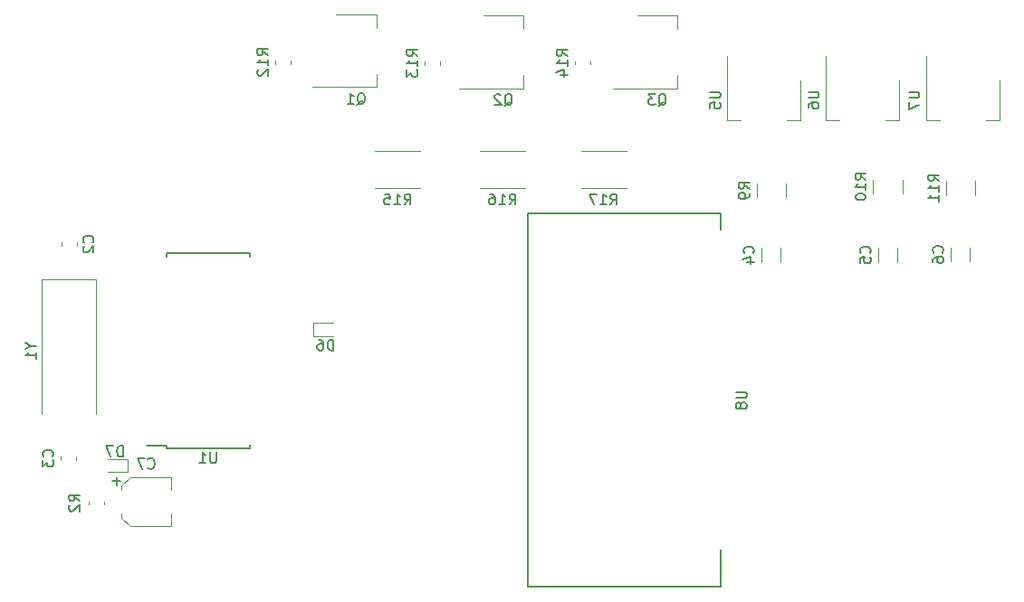
<source format=gbr>
G04 #@! TF.GenerationSoftware,KiCad,Pcbnew,no-vcs-found-104b606~61~ubuntu16.04.1*
G04 #@! TF.CreationDate,2018-02-16T14:36:21-05:00*
G04 #@! TF.ProjectId,D21_2550,4432315F323535302E6B696361645F70,rev?*
G04 #@! TF.SameCoordinates,Original*
G04 #@! TF.FileFunction,Legend,Bot*
G04 #@! TF.FilePolarity,Positive*
%FSLAX46Y46*%
G04 Gerber Fmt 4.6, Leading zero omitted, Abs format (unit mm)*
G04 Created by KiCad (PCBNEW no-vcs-found-104b606~61~ubuntu16.04.1) date Fri Feb 16 14:36:21 2018*
%MOMM*%
%LPD*%
G01*
G04 APERTURE LIST*
%ADD10C,0.120000*%
%ADD11C,0.150000*%
G04 APERTURE END LIST*
D10*
X100710000Y-103150000D02*
X100710000Y-102850000D01*
X99290000Y-103150000D02*
X99290000Y-102850000D01*
X100650000Y-122892500D02*
X100650000Y-123192500D01*
X99230000Y-122892500D02*
X99230000Y-123192500D01*
X128760000Y-81480000D02*
X128760000Y-82740000D01*
X128760000Y-88300000D02*
X128760000Y-87040000D01*
X125000000Y-81480000D02*
X128760000Y-81480000D01*
X122750000Y-88300000D02*
X128760000Y-88300000D01*
X136510000Y-88410000D02*
X142520000Y-88410000D01*
X138760000Y-81590000D02*
X142520000Y-81590000D01*
X142520000Y-88410000D02*
X142520000Y-87150000D01*
X142520000Y-81590000D02*
X142520000Y-82850000D01*
X156910000Y-81590000D02*
X156910000Y-82850000D01*
X156910000Y-88410000D02*
X156910000Y-87150000D01*
X153150000Y-81590000D02*
X156910000Y-81590000D01*
X150900000Y-88410000D02*
X156910000Y-88410000D01*
X101880000Y-127412500D02*
X101880000Y-127112500D01*
X103300000Y-127412500D02*
X103300000Y-127112500D01*
X164298475Y-97323566D02*
X164298475Y-98623566D01*
X167018475Y-97323566D02*
X167018475Y-98623566D01*
X177925199Y-96945802D02*
X177925199Y-98245802D01*
X175205199Y-96945802D02*
X175205199Y-98245802D01*
X182050612Y-97091349D02*
X182050612Y-98391349D01*
X184770612Y-97091349D02*
X184770612Y-98391349D01*
X120710000Y-85807500D02*
X120710000Y-86107500D01*
X119290000Y-85807500D02*
X119290000Y-86107500D01*
X133290000Y-85892500D02*
X133290000Y-86192500D01*
X134710000Y-85892500D02*
X134710000Y-86192500D01*
X148710000Y-85850000D02*
X148710000Y-86150000D01*
X147290000Y-85850000D02*
X147290000Y-86150000D01*
X128620000Y-97710000D02*
X132820000Y-97710000D01*
X128620000Y-94290000D02*
X132820000Y-94290000D01*
X138440000Y-94290000D02*
X142640000Y-94290000D01*
X138440000Y-97710000D02*
X142640000Y-97710000D01*
X147900000Y-97710000D02*
X152100000Y-97710000D01*
X147900000Y-94290000D02*
X152100000Y-94290000D01*
D11*
X109125000Y-122125000D02*
X109125000Y-121875000D01*
X116875000Y-122125000D02*
X116875000Y-121780000D01*
X116875000Y-103875000D02*
X116875000Y-104220000D01*
X109125000Y-103875000D02*
X109125000Y-104220000D01*
X109125000Y-122125000D02*
X116875000Y-122125000D01*
X109125000Y-103875000D02*
X116875000Y-103875000D01*
X109125000Y-121875000D02*
X107300000Y-121875000D01*
D10*
X168392000Y-91400000D02*
X167132000Y-91400000D01*
X161572000Y-91400000D02*
X162832000Y-91400000D01*
X168392000Y-87640000D02*
X168392000Y-91400000D01*
X161572000Y-85390000D02*
X161572000Y-91400000D01*
X170764000Y-85390000D02*
X170764000Y-91400000D01*
X177584000Y-87640000D02*
X177584000Y-91400000D01*
X170764000Y-91400000D02*
X172024000Y-91400000D01*
X177584000Y-91400000D02*
X176324000Y-91400000D01*
X186980000Y-91400000D02*
X185720000Y-91400000D01*
X180160000Y-91400000D02*
X181420000Y-91400000D01*
X186980000Y-87640000D02*
X186980000Y-91400000D01*
X180160000Y-85390000D02*
X180160000Y-91400000D01*
D11*
X142916024Y-135102123D02*
X142916024Y-100102123D01*
X142916024Y-135102123D02*
X160916024Y-135102123D01*
X160916024Y-135102123D02*
X160916024Y-131602123D01*
X160916024Y-100102123D02*
X142916024Y-100102123D01*
X160916024Y-101602123D02*
X160916024Y-100102123D01*
D10*
X97450000Y-118900000D02*
X97450000Y-106300000D01*
X97450000Y-106300000D02*
X102550000Y-106300000D01*
X102550000Y-106300000D02*
X102550000Y-118900000D01*
X122850000Y-111600000D02*
X122850000Y-110400000D01*
X124700000Y-111600000D02*
X122850000Y-111600000D01*
X124700000Y-110400000D02*
X122850000Y-110400000D01*
X103610000Y-124357500D02*
X105460000Y-124357500D01*
X103610000Y-123157500D02*
X105460000Y-123157500D01*
X105460000Y-123157500D02*
X105460000Y-124357500D01*
X164748475Y-103347022D02*
X164748475Y-104647022D01*
X166568475Y-103347022D02*
X166568475Y-104647022D01*
X177475199Y-103350302D02*
X177475199Y-104650302D01*
X175655199Y-103350302D02*
X175655199Y-104650302D01*
X182446612Y-103319349D02*
X182446612Y-104619349D01*
X184266612Y-103319349D02*
X184266612Y-104619349D01*
X104930000Y-128660000D02*
X104930000Y-128260000D01*
X109510000Y-129430000D02*
X109510000Y-128260000D01*
X109510000Y-124850000D02*
X109510000Y-126020000D01*
X104930000Y-125620000D02*
X104930000Y-126020000D01*
X105700000Y-124850000D02*
X109510000Y-124850000D01*
X105700000Y-124850000D02*
X104930000Y-125620000D01*
X105700000Y-129430000D02*
X109510000Y-129430000D01*
X105700000Y-129430000D02*
X104930000Y-128660000D01*
D11*
X102207142Y-102833333D02*
X102254761Y-102785714D01*
X102302380Y-102642857D01*
X102302380Y-102547619D01*
X102254761Y-102404761D01*
X102159523Y-102309523D01*
X102064285Y-102261904D01*
X101873809Y-102214285D01*
X101730952Y-102214285D01*
X101540476Y-102261904D01*
X101445238Y-102309523D01*
X101350000Y-102404761D01*
X101302380Y-102547619D01*
X101302380Y-102642857D01*
X101350000Y-102785714D01*
X101397619Y-102833333D01*
X101397619Y-103214285D02*
X101350000Y-103261904D01*
X101302380Y-103357142D01*
X101302380Y-103595238D01*
X101350000Y-103690476D01*
X101397619Y-103738095D01*
X101492857Y-103785714D01*
X101588095Y-103785714D01*
X101730952Y-103738095D01*
X102302380Y-103166666D01*
X102302380Y-103785714D01*
X98447142Y-122875833D02*
X98494761Y-122828214D01*
X98542380Y-122685357D01*
X98542380Y-122590119D01*
X98494761Y-122447261D01*
X98399523Y-122352023D01*
X98304285Y-122304404D01*
X98113809Y-122256785D01*
X97970952Y-122256785D01*
X97780476Y-122304404D01*
X97685238Y-122352023D01*
X97590000Y-122447261D01*
X97542380Y-122590119D01*
X97542380Y-122685357D01*
X97590000Y-122828214D01*
X97637619Y-122875833D01*
X97542380Y-123209166D02*
X97542380Y-123828214D01*
X97923333Y-123494880D01*
X97923333Y-123637738D01*
X97970952Y-123732976D01*
X98018571Y-123780595D01*
X98113809Y-123828214D01*
X98351904Y-123828214D01*
X98447142Y-123780595D01*
X98494761Y-123732976D01*
X98542380Y-123637738D01*
X98542380Y-123352023D01*
X98494761Y-123256785D01*
X98447142Y-123209166D01*
X126945238Y-89937619D02*
X127040476Y-89890000D01*
X127135714Y-89794761D01*
X127278571Y-89651904D01*
X127373809Y-89604285D01*
X127469047Y-89604285D01*
X127421428Y-89842380D02*
X127516666Y-89794761D01*
X127611904Y-89699523D01*
X127659523Y-89509047D01*
X127659523Y-89175714D01*
X127611904Y-88985238D01*
X127516666Y-88890000D01*
X127421428Y-88842380D01*
X127230952Y-88842380D01*
X127135714Y-88890000D01*
X127040476Y-88985238D01*
X126992857Y-89175714D01*
X126992857Y-89509047D01*
X127040476Y-89699523D01*
X127135714Y-89794761D01*
X127230952Y-89842380D01*
X127421428Y-89842380D01*
X126040476Y-89842380D02*
X126611904Y-89842380D01*
X126326190Y-89842380D02*
X126326190Y-88842380D01*
X126421428Y-88985238D01*
X126516666Y-89080476D01*
X126611904Y-89128095D01*
X140705238Y-90047619D02*
X140800476Y-90000000D01*
X140895714Y-89904761D01*
X141038571Y-89761904D01*
X141133809Y-89714285D01*
X141229047Y-89714285D01*
X141181428Y-89952380D02*
X141276666Y-89904761D01*
X141371904Y-89809523D01*
X141419523Y-89619047D01*
X141419523Y-89285714D01*
X141371904Y-89095238D01*
X141276666Y-89000000D01*
X141181428Y-88952380D01*
X140990952Y-88952380D01*
X140895714Y-89000000D01*
X140800476Y-89095238D01*
X140752857Y-89285714D01*
X140752857Y-89619047D01*
X140800476Y-89809523D01*
X140895714Y-89904761D01*
X140990952Y-89952380D01*
X141181428Y-89952380D01*
X140371904Y-89047619D02*
X140324285Y-89000000D01*
X140229047Y-88952380D01*
X139990952Y-88952380D01*
X139895714Y-89000000D01*
X139848095Y-89047619D01*
X139800476Y-89142857D01*
X139800476Y-89238095D01*
X139848095Y-89380952D01*
X140419523Y-89952380D01*
X139800476Y-89952380D01*
X155095238Y-90047619D02*
X155190476Y-90000000D01*
X155285714Y-89904761D01*
X155428571Y-89761904D01*
X155523809Y-89714285D01*
X155619047Y-89714285D01*
X155571428Y-89952380D02*
X155666666Y-89904761D01*
X155761904Y-89809523D01*
X155809523Y-89619047D01*
X155809523Y-89285714D01*
X155761904Y-89095238D01*
X155666666Y-89000000D01*
X155571428Y-88952380D01*
X155380952Y-88952380D01*
X155285714Y-89000000D01*
X155190476Y-89095238D01*
X155142857Y-89285714D01*
X155142857Y-89619047D01*
X155190476Y-89809523D01*
X155285714Y-89904761D01*
X155380952Y-89952380D01*
X155571428Y-89952380D01*
X154809523Y-88952380D02*
X154190476Y-88952380D01*
X154523809Y-89333333D01*
X154380952Y-89333333D01*
X154285714Y-89380952D01*
X154238095Y-89428571D01*
X154190476Y-89523809D01*
X154190476Y-89761904D01*
X154238095Y-89857142D01*
X154285714Y-89904761D01*
X154380952Y-89952380D01*
X154666666Y-89952380D01*
X154761904Y-89904761D01*
X154809523Y-89857142D01*
X100982380Y-127063333D02*
X100506190Y-126730000D01*
X100982380Y-126491904D02*
X99982380Y-126491904D01*
X99982380Y-126872857D01*
X100030000Y-126968095D01*
X100077619Y-127015714D01*
X100172857Y-127063333D01*
X100315714Y-127063333D01*
X100410952Y-127015714D01*
X100458571Y-126968095D01*
X100506190Y-126872857D01*
X100506190Y-126491904D01*
X100077619Y-127444285D02*
X100030000Y-127491904D01*
X99982380Y-127587142D01*
X99982380Y-127825238D01*
X100030000Y-127920476D01*
X100077619Y-127968095D01*
X100172857Y-128015714D01*
X100268095Y-128015714D01*
X100410952Y-127968095D01*
X100982380Y-127396666D01*
X100982380Y-128015714D01*
X163610855Y-97806899D02*
X163134665Y-97473566D01*
X163610855Y-97235470D02*
X162610855Y-97235470D01*
X162610855Y-97616423D01*
X162658475Y-97711661D01*
X162706094Y-97759280D01*
X162801332Y-97806899D01*
X162944189Y-97806899D01*
X163039427Y-97759280D01*
X163087046Y-97711661D01*
X163134665Y-97616423D01*
X163134665Y-97235470D01*
X163610855Y-98283089D02*
X163610855Y-98473566D01*
X163563236Y-98568804D01*
X163515617Y-98616423D01*
X163372760Y-98711661D01*
X163182284Y-98759280D01*
X162801332Y-98759280D01*
X162706094Y-98711661D01*
X162658475Y-98664042D01*
X162610855Y-98568804D01*
X162610855Y-98378327D01*
X162658475Y-98283089D01*
X162706094Y-98235470D01*
X162801332Y-98187851D01*
X163039427Y-98187851D01*
X163134665Y-98235470D01*
X163182284Y-98283089D01*
X163229903Y-98378327D01*
X163229903Y-98568804D01*
X163182284Y-98664042D01*
X163134665Y-98711661D01*
X163039427Y-98759280D01*
X174517579Y-96952944D02*
X174041389Y-96619611D01*
X174517579Y-96381516D02*
X173517579Y-96381516D01*
X173517579Y-96762468D01*
X173565199Y-96857706D01*
X173612818Y-96905325D01*
X173708056Y-96952944D01*
X173850913Y-96952944D01*
X173946151Y-96905325D01*
X173993770Y-96857706D01*
X174041389Y-96762468D01*
X174041389Y-96381516D01*
X174517579Y-97905325D02*
X174517579Y-97333897D01*
X174517579Y-97619611D02*
X173517579Y-97619611D01*
X173660437Y-97524373D01*
X173755675Y-97429135D01*
X173803294Y-97333897D01*
X173517579Y-98524373D02*
X173517579Y-98619611D01*
X173565199Y-98714849D01*
X173612818Y-98762468D01*
X173708056Y-98810087D01*
X173898532Y-98857706D01*
X174136627Y-98857706D01*
X174327103Y-98810087D01*
X174422341Y-98762468D01*
X174469960Y-98714849D01*
X174517579Y-98619611D01*
X174517579Y-98524373D01*
X174469960Y-98429135D01*
X174422341Y-98381516D01*
X174327103Y-98333897D01*
X174136627Y-98286278D01*
X173898532Y-98286278D01*
X173708056Y-98333897D01*
X173612818Y-98381516D01*
X173565199Y-98429135D01*
X173517579Y-98524373D01*
X181362992Y-97098491D02*
X180886802Y-96765158D01*
X181362992Y-96527063D02*
X180362992Y-96527063D01*
X180362992Y-96908015D01*
X180410612Y-97003253D01*
X180458231Y-97050872D01*
X180553469Y-97098491D01*
X180696326Y-97098491D01*
X180791564Y-97050872D01*
X180839183Y-97003253D01*
X180886802Y-96908015D01*
X180886802Y-96527063D01*
X181362992Y-98050872D02*
X181362992Y-97479444D01*
X181362992Y-97765158D02*
X180362992Y-97765158D01*
X180505850Y-97669920D01*
X180601088Y-97574682D01*
X180648707Y-97479444D01*
X181362992Y-99003253D02*
X181362992Y-98431825D01*
X181362992Y-98717539D02*
X180362992Y-98717539D01*
X180505850Y-98622301D01*
X180601088Y-98527063D01*
X180648707Y-98431825D01*
X118602380Y-85314642D02*
X118126190Y-84981309D01*
X118602380Y-84743214D02*
X117602380Y-84743214D01*
X117602380Y-85124166D01*
X117650000Y-85219404D01*
X117697619Y-85267023D01*
X117792857Y-85314642D01*
X117935714Y-85314642D01*
X118030952Y-85267023D01*
X118078571Y-85219404D01*
X118126190Y-85124166D01*
X118126190Y-84743214D01*
X118602380Y-86267023D02*
X118602380Y-85695595D01*
X118602380Y-85981309D02*
X117602380Y-85981309D01*
X117745238Y-85886071D01*
X117840476Y-85790833D01*
X117888095Y-85695595D01*
X117697619Y-86647976D02*
X117650000Y-86695595D01*
X117602380Y-86790833D01*
X117602380Y-87028928D01*
X117650000Y-87124166D01*
X117697619Y-87171785D01*
X117792857Y-87219404D01*
X117888095Y-87219404D01*
X118030952Y-87171785D01*
X118602380Y-86600357D01*
X118602380Y-87219404D01*
X132602380Y-85399642D02*
X132126190Y-85066309D01*
X132602380Y-84828214D02*
X131602380Y-84828214D01*
X131602380Y-85209166D01*
X131650000Y-85304404D01*
X131697619Y-85352023D01*
X131792857Y-85399642D01*
X131935714Y-85399642D01*
X132030952Y-85352023D01*
X132078571Y-85304404D01*
X132126190Y-85209166D01*
X132126190Y-84828214D01*
X132602380Y-86352023D02*
X132602380Y-85780595D01*
X132602380Y-86066309D02*
X131602380Y-86066309D01*
X131745238Y-85971071D01*
X131840476Y-85875833D01*
X131888095Y-85780595D01*
X131602380Y-86685357D02*
X131602380Y-87304404D01*
X131983333Y-86971071D01*
X131983333Y-87113928D01*
X132030952Y-87209166D01*
X132078571Y-87256785D01*
X132173809Y-87304404D01*
X132411904Y-87304404D01*
X132507142Y-87256785D01*
X132554761Y-87209166D01*
X132602380Y-87113928D01*
X132602380Y-86828214D01*
X132554761Y-86732976D01*
X132507142Y-86685357D01*
X146602380Y-85357142D02*
X146126190Y-85023809D01*
X146602380Y-84785714D02*
X145602380Y-84785714D01*
X145602380Y-85166666D01*
X145650000Y-85261904D01*
X145697619Y-85309523D01*
X145792857Y-85357142D01*
X145935714Y-85357142D01*
X146030952Y-85309523D01*
X146078571Y-85261904D01*
X146126190Y-85166666D01*
X146126190Y-84785714D01*
X146602380Y-86309523D02*
X146602380Y-85738095D01*
X146602380Y-86023809D02*
X145602380Y-86023809D01*
X145745238Y-85928571D01*
X145840476Y-85833333D01*
X145888095Y-85738095D01*
X145935714Y-87166666D02*
X146602380Y-87166666D01*
X145554761Y-86928571D02*
X146269047Y-86690476D01*
X146269047Y-87309523D01*
X131362857Y-99302380D02*
X131696190Y-98826190D01*
X131934285Y-99302380D02*
X131934285Y-98302380D01*
X131553333Y-98302380D01*
X131458095Y-98350000D01*
X131410476Y-98397619D01*
X131362857Y-98492857D01*
X131362857Y-98635714D01*
X131410476Y-98730952D01*
X131458095Y-98778571D01*
X131553333Y-98826190D01*
X131934285Y-98826190D01*
X130410476Y-99302380D02*
X130981904Y-99302380D01*
X130696190Y-99302380D02*
X130696190Y-98302380D01*
X130791428Y-98445238D01*
X130886666Y-98540476D01*
X130981904Y-98588095D01*
X129505714Y-98302380D02*
X129981904Y-98302380D01*
X130029523Y-98778571D01*
X129981904Y-98730952D01*
X129886666Y-98683333D01*
X129648571Y-98683333D01*
X129553333Y-98730952D01*
X129505714Y-98778571D01*
X129458095Y-98873809D01*
X129458095Y-99111904D01*
X129505714Y-99207142D01*
X129553333Y-99254761D01*
X129648571Y-99302380D01*
X129886666Y-99302380D01*
X129981904Y-99254761D01*
X130029523Y-99207142D01*
X141182857Y-99302380D02*
X141516190Y-98826190D01*
X141754285Y-99302380D02*
X141754285Y-98302380D01*
X141373333Y-98302380D01*
X141278095Y-98350000D01*
X141230476Y-98397619D01*
X141182857Y-98492857D01*
X141182857Y-98635714D01*
X141230476Y-98730952D01*
X141278095Y-98778571D01*
X141373333Y-98826190D01*
X141754285Y-98826190D01*
X140230476Y-99302380D02*
X140801904Y-99302380D01*
X140516190Y-99302380D02*
X140516190Y-98302380D01*
X140611428Y-98445238D01*
X140706666Y-98540476D01*
X140801904Y-98588095D01*
X139373333Y-98302380D02*
X139563809Y-98302380D01*
X139659047Y-98350000D01*
X139706666Y-98397619D01*
X139801904Y-98540476D01*
X139849523Y-98730952D01*
X139849523Y-99111904D01*
X139801904Y-99207142D01*
X139754285Y-99254761D01*
X139659047Y-99302380D01*
X139468571Y-99302380D01*
X139373333Y-99254761D01*
X139325714Y-99207142D01*
X139278095Y-99111904D01*
X139278095Y-98873809D01*
X139325714Y-98778571D01*
X139373333Y-98730952D01*
X139468571Y-98683333D01*
X139659047Y-98683333D01*
X139754285Y-98730952D01*
X139801904Y-98778571D01*
X139849523Y-98873809D01*
X150642857Y-99302380D02*
X150976190Y-98826190D01*
X151214285Y-99302380D02*
X151214285Y-98302380D01*
X150833333Y-98302380D01*
X150738095Y-98350000D01*
X150690476Y-98397619D01*
X150642857Y-98492857D01*
X150642857Y-98635714D01*
X150690476Y-98730952D01*
X150738095Y-98778571D01*
X150833333Y-98826190D01*
X151214285Y-98826190D01*
X149690476Y-99302380D02*
X150261904Y-99302380D01*
X149976190Y-99302380D02*
X149976190Y-98302380D01*
X150071428Y-98445238D01*
X150166666Y-98540476D01*
X150261904Y-98588095D01*
X149357142Y-98302380D02*
X148690476Y-98302380D01*
X149119047Y-99302380D01*
X113761904Y-122502380D02*
X113761904Y-123311904D01*
X113714285Y-123407142D01*
X113666666Y-123454761D01*
X113571428Y-123502380D01*
X113380952Y-123502380D01*
X113285714Y-123454761D01*
X113238095Y-123407142D01*
X113190476Y-123311904D01*
X113190476Y-122502380D01*
X112190476Y-123502380D02*
X112761904Y-123502380D01*
X112476190Y-123502380D02*
X112476190Y-122502380D01*
X112571428Y-122645238D01*
X112666666Y-122740476D01*
X112761904Y-122788095D01*
X159934380Y-88728095D02*
X160743904Y-88728095D01*
X160839142Y-88775714D01*
X160886761Y-88823333D01*
X160934380Y-88918571D01*
X160934380Y-89109047D01*
X160886761Y-89204285D01*
X160839142Y-89251904D01*
X160743904Y-89299523D01*
X159934380Y-89299523D01*
X159934380Y-90251904D02*
X159934380Y-89775714D01*
X160410571Y-89728095D01*
X160362952Y-89775714D01*
X160315333Y-89870952D01*
X160315333Y-90109047D01*
X160362952Y-90204285D01*
X160410571Y-90251904D01*
X160505809Y-90299523D01*
X160743904Y-90299523D01*
X160839142Y-90251904D01*
X160886761Y-90204285D01*
X160934380Y-90109047D01*
X160934380Y-89870952D01*
X160886761Y-89775714D01*
X160839142Y-89728095D01*
X169126380Y-88728095D02*
X169935904Y-88728095D01*
X170031142Y-88775714D01*
X170078761Y-88823333D01*
X170126380Y-88918571D01*
X170126380Y-89109047D01*
X170078761Y-89204285D01*
X170031142Y-89251904D01*
X169935904Y-89299523D01*
X169126380Y-89299523D01*
X169126380Y-90204285D02*
X169126380Y-90013809D01*
X169174000Y-89918571D01*
X169221619Y-89870952D01*
X169364476Y-89775714D01*
X169554952Y-89728095D01*
X169935904Y-89728095D01*
X170031142Y-89775714D01*
X170078761Y-89823333D01*
X170126380Y-89918571D01*
X170126380Y-90109047D01*
X170078761Y-90204285D01*
X170031142Y-90251904D01*
X169935904Y-90299523D01*
X169697809Y-90299523D01*
X169602571Y-90251904D01*
X169554952Y-90204285D01*
X169507333Y-90109047D01*
X169507333Y-89918571D01*
X169554952Y-89823333D01*
X169602571Y-89775714D01*
X169697809Y-89728095D01*
X178522380Y-88728095D02*
X179331904Y-88728095D01*
X179427142Y-88775714D01*
X179474761Y-88823333D01*
X179522380Y-88918571D01*
X179522380Y-89109047D01*
X179474761Y-89204285D01*
X179427142Y-89251904D01*
X179331904Y-89299523D01*
X178522380Y-89299523D01*
X178522380Y-89680476D02*
X178522380Y-90347142D01*
X179522380Y-89918571D01*
X162368404Y-116840218D02*
X163177928Y-116840218D01*
X163273166Y-116887837D01*
X163320785Y-116935456D01*
X163368404Y-117030694D01*
X163368404Y-117221170D01*
X163320785Y-117316408D01*
X163273166Y-117364027D01*
X163177928Y-117411646D01*
X162368404Y-117411646D01*
X162796976Y-118030694D02*
X162749357Y-117935456D01*
X162701738Y-117887837D01*
X162606500Y-117840218D01*
X162558881Y-117840218D01*
X162463643Y-117887837D01*
X162416024Y-117935456D01*
X162368404Y-118030694D01*
X162368404Y-118221170D01*
X162416024Y-118316408D01*
X162463643Y-118364027D01*
X162558881Y-118411646D01*
X162606500Y-118411646D01*
X162701738Y-118364027D01*
X162749357Y-118316408D01*
X162796976Y-118221170D01*
X162796976Y-118030694D01*
X162844595Y-117935456D01*
X162892214Y-117887837D01*
X162987452Y-117840218D01*
X163177928Y-117840218D01*
X163273166Y-117887837D01*
X163320785Y-117935456D01*
X163368404Y-118030694D01*
X163368404Y-118221170D01*
X163320785Y-118316408D01*
X163273166Y-118364027D01*
X163177928Y-118411646D01*
X162987452Y-118411646D01*
X162892214Y-118364027D01*
X162844595Y-118316408D01*
X162796976Y-118221170D01*
X96426190Y-112523809D02*
X96902380Y-112523809D01*
X95902380Y-112190476D02*
X96426190Y-112523809D01*
X95902380Y-112857142D01*
X96902380Y-113714285D02*
X96902380Y-113142857D01*
X96902380Y-113428571D02*
X95902380Y-113428571D01*
X96045238Y-113333333D01*
X96140476Y-113238095D01*
X96188095Y-113142857D01*
X124738095Y-112952380D02*
X124738095Y-111952380D01*
X124500000Y-111952380D01*
X124357142Y-112000000D01*
X124261904Y-112095238D01*
X124214285Y-112190476D01*
X124166666Y-112380952D01*
X124166666Y-112523809D01*
X124214285Y-112714285D01*
X124261904Y-112809523D01*
X124357142Y-112904761D01*
X124500000Y-112952380D01*
X124738095Y-112952380D01*
X123309523Y-111952380D02*
X123500000Y-111952380D01*
X123595238Y-112000000D01*
X123642857Y-112047619D01*
X123738095Y-112190476D01*
X123785714Y-112380952D01*
X123785714Y-112761904D01*
X123738095Y-112857142D01*
X123690476Y-112904761D01*
X123595238Y-112952380D01*
X123404761Y-112952380D01*
X123309523Y-112904761D01*
X123261904Y-112857142D01*
X123214285Y-112761904D01*
X123214285Y-112523809D01*
X123261904Y-112428571D01*
X123309523Y-112380952D01*
X123404761Y-112333333D01*
X123595238Y-112333333D01*
X123690476Y-112380952D01*
X123738095Y-112428571D01*
X123785714Y-112523809D01*
X105048095Y-122909880D02*
X105048095Y-121909880D01*
X104810000Y-121909880D01*
X104667142Y-121957500D01*
X104571904Y-122052738D01*
X104524285Y-122147976D01*
X104476666Y-122338452D01*
X104476666Y-122481309D01*
X104524285Y-122671785D01*
X104571904Y-122767023D01*
X104667142Y-122862261D01*
X104810000Y-122909880D01*
X105048095Y-122909880D01*
X104143333Y-121909880D02*
X103476666Y-121909880D01*
X103905238Y-122909880D01*
X163965617Y-103830355D02*
X164013236Y-103782736D01*
X164060855Y-103639879D01*
X164060855Y-103544641D01*
X164013236Y-103401783D01*
X163917998Y-103306545D01*
X163822760Y-103258926D01*
X163632284Y-103211307D01*
X163489427Y-103211307D01*
X163298951Y-103258926D01*
X163203713Y-103306545D01*
X163108475Y-103401783D01*
X163060855Y-103544641D01*
X163060855Y-103639879D01*
X163108475Y-103782736D01*
X163156094Y-103830355D01*
X163394189Y-104687498D02*
X164060855Y-104687498D01*
X163013236Y-104449402D02*
X163727522Y-104211307D01*
X163727522Y-104830355D01*
X174872341Y-103833635D02*
X174919960Y-103786016D01*
X174967579Y-103643159D01*
X174967579Y-103547921D01*
X174919960Y-103405063D01*
X174824722Y-103309825D01*
X174729484Y-103262206D01*
X174539008Y-103214587D01*
X174396151Y-103214587D01*
X174205675Y-103262206D01*
X174110437Y-103309825D01*
X174015199Y-103405063D01*
X173967579Y-103547921D01*
X173967579Y-103643159D01*
X174015199Y-103786016D01*
X174062818Y-103833635D01*
X173967579Y-104738397D02*
X173967579Y-104262206D01*
X174443770Y-104214587D01*
X174396151Y-104262206D01*
X174348532Y-104357444D01*
X174348532Y-104595540D01*
X174396151Y-104690778D01*
X174443770Y-104738397D01*
X174539008Y-104786016D01*
X174777103Y-104786016D01*
X174872341Y-104738397D01*
X174919960Y-104690778D01*
X174967579Y-104595540D01*
X174967579Y-104357444D01*
X174919960Y-104262206D01*
X174872341Y-104214587D01*
X181663754Y-103802682D02*
X181711373Y-103755063D01*
X181758992Y-103612206D01*
X181758992Y-103516968D01*
X181711373Y-103374110D01*
X181616135Y-103278872D01*
X181520897Y-103231253D01*
X181330421Y-103183634D01*
X181187564Y-103183634D01*
X180997088Y-103231253D01*
X180901850Y-103278872D01*
X180806612Y-103374110D01*
X180758992Y-103516968D01*
X180758992Y-103612206D01*
X180806612Y-103755063D01*
X180854231Y-103802682D01*
X180758992Y-104659825D02*
X180758992Y-104469349D01*
X180806612Y-104374110D01*
X180854231Y-104326491D01*
X180997088Y-104231253D01*
X181187564Y-104183634D01*
X181568516Y-104183634D01*
X181663754Y-104231253D01*
X181711373Y-104278872D01*
X181758992Y-104374110D01*
X181758992Y-104564587D01*
X181711373Y-104659825D01*
X181663754Y-104707444D01*
X181568516Y-104755063D01*
X181330421Y-104755063D01*
X181235183Y-104707444D01*
X181187564Y-104659825D01*
X181139945Y-104564587D01*
X181139945Y-104374110D01*
X181187564Y-104278872D01*
X181235183Y-104231253D01*
X181330421Y-104183634D01*
X107386666Y-123957142D02*
X107434285Y-124004761D01*
X107577142Y-124052380D01*
X107672380Y-124052380D01*
X107815238Y-124004761D01*
X107910476Y-123909523D01*
X107958095Y-123814285D01*
X108005714Y-123623809D01*
X108005714Y-123480952D01*
X107958095Y-123290476D01*
X107910476Y-123195238D01*
X107815238Y-123100000D01*
X107672380Y-123052380D01*
X107577142Y-123052380D01*
X107434285Y-123100000D01*
X107386666Y-123147619D01*
X107053333Y-123052380D02*
X106386666Y-123052380D01*
X106815238Y-124052380D01*
X104830952Y-125201428D02*
X104069047Y-125201428D01*
X104450000Y-125582380D02*
X104450000Y-124820476D01*
M02*

</source>
